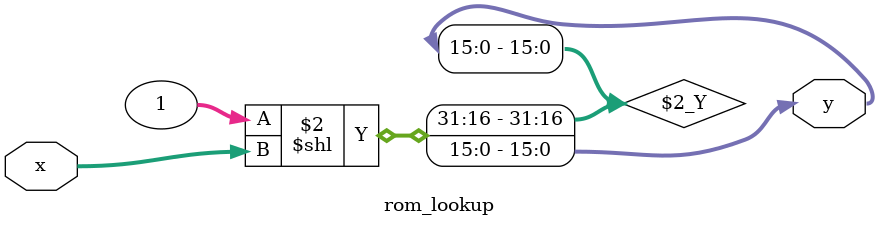
<source format=sv>
module rom_lookup #(parameter N=4)(
    input [N-1:0] x,
    output reg [2**N-1:0] y
);
    always @(*) begin
        y = 1 << x; // One-hot output
    end
endmodule
</source>
